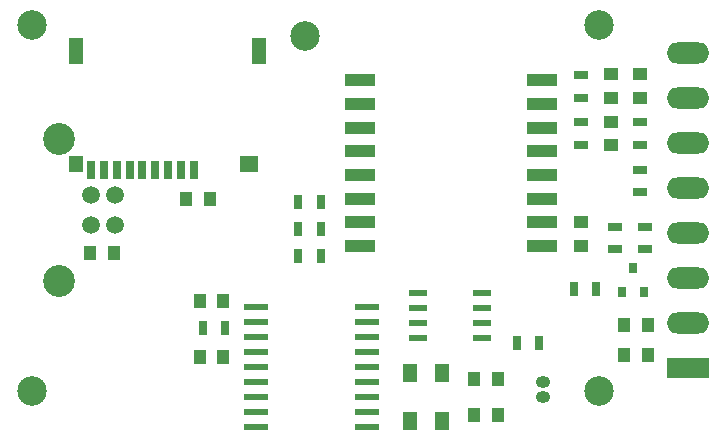
<source format=gbr>
G04 #@! TF.FileFunction,Soldermask,Bot*
%FSLAX46Y46*%
G04 Gerber Fmt 4.6, Leading zero omitted, Abs format (unit mm)*
G04 Created by KiCad (PCBNEW 4.0.6) date Sun Aug 12 18:17:32 2018*
%MOMM*%
%LPD*%
G01*
G04 APERTURE LIST*
%ADD10C,0.100000*%
%ADD11C,2.500000*%
%ADD12R,3.600000X1.800000*%
%ADD13O,3.600000X1.800000*%
%ADD14C,1.520000*%
%ADD15C,2.700000*%
%ADD16R,0.700000X1.600000*%
%ADD17R,1.200000X1.400000*%
%ADD18R,1.600000X1.400000*%
%ADD19R,1.200000X2.200000*%
%ADD20O,1.200000X1.000000*%
%ADD21R,2.500000X1.100000*%
%ADD22R,1.550000X0.600000*%
%ADD23R,1.000000X1.250000*%
%ADD24R,1.250000X1.000000*%
%ADD25R,0.800000X0.900000*%
%ADD26R,1.300000X0.700000*%
%ADD27R,0.700000X1.300000*%
%ADD28R,2.000000X0.600000*%
%ADD29R,1.300000X1.600000*%
G04 APERTURE END LIST*
D10*
D11*
X27650000Y34800000D03*
D12*
X60000000Y6665000D03*
D13*
X60000000Y10475000D03*
X60000000Y14285000D03*
X60000000Y18095000D03*
X60000000Y21905000D03*
X60000000Y25715000D03*
X60000000Y29525000D03*
X60000000Y33335000D03*
D14*
X11500000Y21270000D03*
X11500000Y18730000D03*
X9500000Y18730000D03*
X9500000Y21270000D03*
D15*
X6800000Y26000000D03*
X6800000Y14000000D03*
D11*
X52500000Y4700000D03*
X52500000Y35700000D03*
X4500000Y4700000D03*
X4500000Y35700000D03*
D16*
X9450000Y23400000D03*
X10550000Y23400000D03*
X11650000Y23400000D03*
X12750000Y23400000D03*
X13850000Y23400000D03*
X14950000Y23400000D03*
X16050000Y23400000D03*
X17150000Y23400000D03*
X18250000Y23400000D03*
D17*
X8250000Y23900000D03*
D18*
X22850000Y23900000D03*
D19*
X23750000Y33500000D03*
X8250000Y33500000D03*
D20*
X47738000Y5470000D03*
X47738000Y4200000D03*
D21*
X47700000Y31000000D03*
X47700000Y29000000D03*
X47700000Y27000000D03*
X47700000Y25000000D03*
X47700000Y23000000D03*
X47700000Y21000000D03*
X47700000Y19000000D03*
X47700000Y17000000D03*
X32300000Y17000000D03*
X32300000Y19000000D03*
X32300000Y21000000D03*
X32300000Y23000000D03*
X32300000Y25000000D03*
X32300000Y27000000D03*
X32300000Y29000000D03*
X32300000Y31000000D03*
D22*
X37164000Y9153000D03*
X37164000Y10423000D03*
X37164000Y11693000D03*
X37164000Y12963000D03*
X42564000Y12963000D03*
X42564000Y11693000D03*
X42564000Y10423000D03*
X42564000Y9153000D03*
D23*
X11400000Y16400000D03*
X9400000Y16400000D03*
D24*
X56000000Y31500000D03*
X56000000Y29500000D03*
X51000000Y19000000D03*
X51000000Y17000000D03*
X53500000Y31500000D03*
X53500000Y29500000D03*
X53500000Y25500000D03*
X53500000Y27500000D03*
D23*
X41912000Y5724000D03*
X43912000Y5724000D03*
X41912000Y2676000D03*
X43912000Y2676000D03*
X17528000Y20964000D03*
X19528000Y20964000D03*
X18700000Y12300000D03*
X20700000Y12300000D03*
X54612000Y7756000D03*
X56612000Y7756000D03*
X54612000Y10296000D03*
X56612000Y10296000D03*
X18700000Y7600000D03*
X20700000Y7600000D03*
D25*
X56350000Y13100000D03*
X54450000Y13100000D03*
X55400000Y15100000D03*
D26*
X51000000Y29550000D03*
X51000000Y31450000D03*
D27*
X52244000Y13344000D03*
X50344000Y13344000D03*
X27050000Y16138000D03*
X28950000Y16138000D03*
D26*
X51000000Y25550000D03*
X51000000Y27450000D03*
X53834000Y16712000D03*
X53834000Y18612000D03*
X56000000Y25550000D03*
X56000000Y27450000D03*
D27*
X27050000Y18424000D03*
X28950000Y18424000D03*
X27050000Y20710000D03*
X28950000Y20710000D03*
D26*
X56374000Y18612000D03*
X56374000Y16712000D03*
X56000000Y21550000D03*
X56000000Y23450000D03*
D27*
X45518000Y8772000D03*
X47418000Y8772000D03*
X18950000Y10000000D03*
X20850000Y10000000D03*
D28*
X32880000Y11820000D03*
X32880000Y10550000D03*
X32880000Y9280000D03*
X32880000Y8010000D03*
X32880000Y6740000D03*
X32880000Y5470000D03*
X32880000Y4200000D03*
X32880000Y2930000D03*
X32880000Y1660000D03*
X23480000Y1660000D03*
X23480000Y2930000D03*
X23480000Y4200000D03*
X23480000Y5470000D03*
X23480000Y6740000D03*
X23480000Y8010000D03*
X23480000Y9280000D03*
X23480000Y10550000D03*
X23480000Y11820000D03*
D29*
X39182000Y6200000D03*
X39182000Y2200000D03*
X36482000Y2200000D03*
X36482000Y6200000D03*
M02*

</source>
